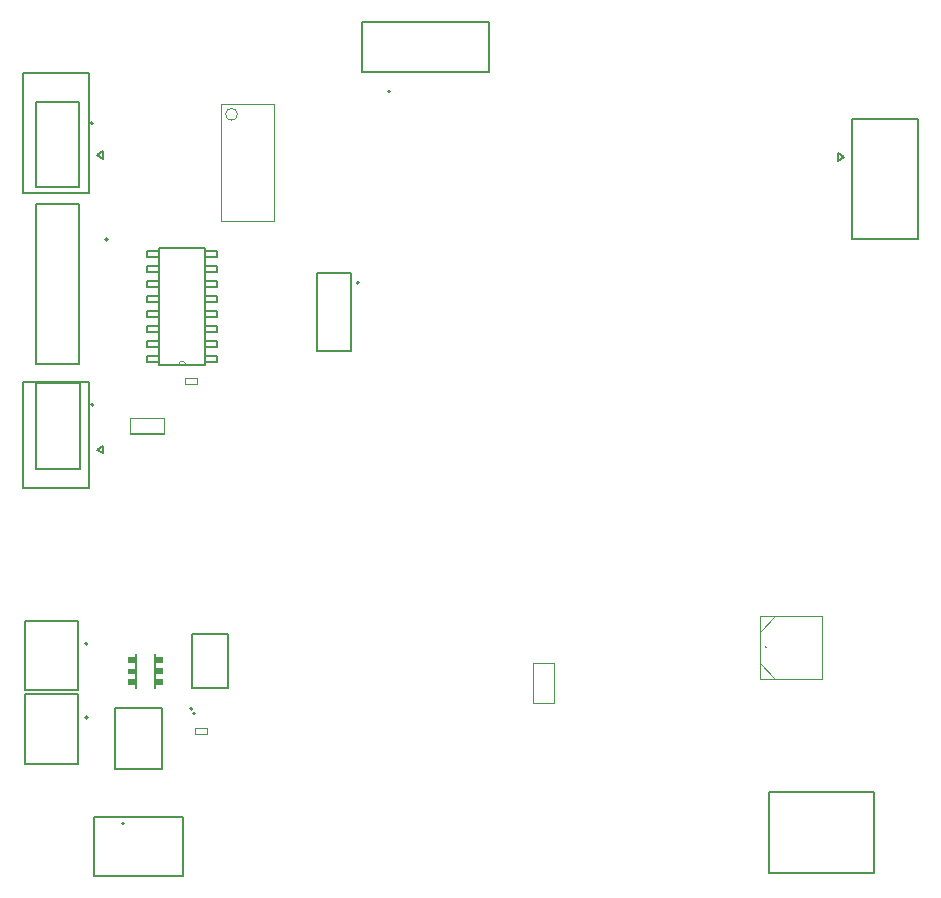
<source format=gbr>
%TF.GenerationSoftware,Altium Limited,Altium Designer,23.1.1 (15)*%
G04 Layer_Color=16711935*
%FSLAX45Y45*%
%MOMM*%
%TF.SameCoordinates,8C37DE4A-61E0-4A85-99FC-D0A1A2E6B02F*%
%TF.FilePolarity,Positive*%
%TF.FileFunction,Other,Mechanical_13*%
%TF.Part,Single*%
G01*
G75*
%TA.AperFunction,NonConductor*%
%ADD140C,0.20000*%
%ADD141C,0.12700*%
%ADD144C,0.15240*%
%ADD148C,0.10000*%
%ADD150C,0.00000*%
%ADD248C,0.02540*%
%ADD251C,0.16000*%
G36*
X897340Y1542900D02*
Y1492900D01*
X832340D01*
Y1542900D01*
X897340D01*
D02*
G37*
G36*
Y1632900D02*
Y1582900D01*
X832340D01*
Y1632900D01*
X897340D01*
D02*
G37*
G36*
Y1732900D02*
Y1682900D01*
X832340D01*
Y1732900D01*
X897340D01*
D02*
G37*
G36*
X1132340Y1542900D02*
Y1492900D01*
X1067340D01*
Y1542900D01*
X1132340D01*
D02*
G37*
G36*
Y1637900D02*
Y1587900D01*
X1067340D01*
Y1637900D01*
X1132340D01*
D02*
G37*
G36*
Y1732900D02*
Y1682900D01*
X1067340D01*
Y1732900D01*
X1132340D01*
D02*
G37*
D140*
X1377000Y1291900D02*
G03*
X1377000Y1291900I-10000J0D01*
G01*
X1398400Y1252720D02*
G03*
X1398400Y1252720I-10000J0D01*
G01*
X3050300Y6517700D02*
G03*
X3050300Y6517700I-10000J0D01*
G01*
X540220Y3866340D02*
G03*
X540220Y3866340I-10000J0D01*
G01*
X490660Y1218540D02*
G03*
X490660Y1218540I-10000J0D01*
G01*
X488120Y1843380D02*
G03*
X488120Y1843380I-10000J0D01*
G01*
X659860Y5264420D02*
G03*
X659860Y5264420I-10000J0D01*
G01*
X535140Y6248860D02*
G03*
X535140Y6248860I-10000J0D01*
G01*
X2787900Y4899600D02*
G03*
X2787900Y4899600I-10000J0D01*
G01*
D141*
X722500Y786400D02*
Y1296400D01*
X1122500Y786400D02*
Y1296400D01*
X722500Y786400D02*
X1122500D01*
X722500Y1296400D02*
X1122500D01*
X1374400Y1921720D02*
X1677400D01*
X1374400Y1471720D02*
X1677400D01*
Y1921720D01*
X1374400Y1471720D02*
Y1921720D01*
X7518840Y5269000D02*
Y6284000D01*
X6958840D02*
X7518840D01*
X6958840Y5269000D02*
Y6284000D01*
Y5269000D02*
X7518840D01*
X6845840Y5934000D02*
Y5994000D01*
Y5934000D02*
X6895840Y5964000D01*
X6845840Y5994000D02*
X6895840Y5964000D01*
X2815300Y7107700D02*
X3890300D01*
X2815300Y6682700D02*
Y7107700D01*
Y6682700D02*
X3890300D01*
Y7107700D01*
X424940Y3325580D02*
Y4050580D01*
X54940Y3325580D02*
X424940D01*
X54940D02*
Y4050580D01*
X424940D01*
X546380Y-122120D02*
Y377880D01*
X1296380D01*
Y-122120D02*
Y377880D01*
X546380Y-122120D02*
X1296380D01*
X-55740Y5661160D02*
Y6676160D01*
Y5661160D02*
X504260D01*
Y6676160D01*
X-55740D02*
X504260D01*
X617260Y5951160D02*
Y6011160D01*
X567260Y5981160D02*
X617260Y6011160D01*
X567260Y5981160D02*
X617260Y5951160D01*
X567940Y3485880D02*
X617940Y3455880D01*
X567940Y3485880D02*
X617940Y3515880D01*
Y3455880D02*
Y3515880D01*
X-55060Y4055880D02*
X504940D01*
Y3165880D02*
Y4055880D01*
X-55060Y3165880D02*
X504940D01*
X-55060D02*
Y4055880D01*
X-39340Y823540D02*
Y1413540D01*
X410660D01*
Y823540D02*
Y1413540D01*
X-39340Y823540D02*
X410660D01*
X-41880Y1448380D02*
X408120D01*
Y2038380D01*
X-41880D02*
X408120D01*
X-41880Y1448380D02*
Y2038380D01*
X419860Y4214420D02*
Y5564420D01*
X49860Y4214420D02*
X419860D01*
X49860D02*
Y5564420D01*
X419860D01*
X49860Y6433100D02*
X419860D01*
X49860Y5708100D02*
Y6433100D01*
Y5708100D02*
X419860D01*
Y6433100D01*
X2721900Y4319600D02*
Y4979600D01*
X2433900Y4319600D02*
X2721900D01*
X2433900D02*
Y4979600D01*
X2721900D01*
X6256000Y590000D02*
X7150000D01*
Y-100000D02*
Y590000D01*
X6256000Y-100000D02*
X7150000D01*
X6256000D02*
Y590000D01*
D144*
X1063340Y1470700D02*
Y1755100D01*
X901340Y1470700D02*
Y1755100D01*
X1094100Y4203700D02*
Y5194300D01*
Y4203700D02*
X1259200D01*
X1320160D01*
X1485260D01*
Y5194300D01*
X1094100D02*
X1485260D01*
Y4229100D02*
X1589400D01*
Y4279900D01*
X1485260D02*
X1589400D01*
X1485260Y4229100D02*
Y4279900D01*
Y4356100D02*
X1589400D01*
Y4406900D01*
X1485260D02*
X1589400D01*
X1485260Y4356100D02*
Y4406900D01*
Y4483100D02*
X1589400D01*
Y4533900D01*
X1485260D02*
X1589400D01*
X1485260Y4483100D02*
Y4533900D01*
Y4610100D02*
X1589400D01*
Y4660900D01*
X1485260D02*
X1589400D01*
X1485260Y4610100D02*
Y4660900D01*
Y4737100D02*
X1589400D01*
Y4787900D01*
X1485260D02*
X1589400D01*
X1485260Y4737100D02*
Y4787900D01*
Y4864100D02*
X1589400D01*
Y4914900D01*
X1485260D02*
X1589400D01*
X1485260Y4864100D02*
Y4914900D01*
Y4991100D02*
X1589400D01*
Y5041900D01*
X1485260D02*
X1589400D01*
X1485260Y4991100D02*
Y5041900D01*
Y5118100D02*
X1589400D01*
Y5168900D01*
X1485260D02*
X1589400D01*
X1485260Y5118100D02*
Y5168900D01*
X989960D02*
X1094100D01*
X989960Y5118100D02*
Y5168900D01*
Y5118100D02*
X1094100D01*
Y5168900D01*
X989960Y5041900D02*
X1094100D01*
X989960Y4991100D02*
Y5041900D01*
Y4991100D02*
X1094100D01*
Y5041900D01*
X989960Y4914900D02*
X1094100D01*
X989960Y4864100D02*
Y4914900D01*
Y4864100D02*
X1094100D01*
Y4914900D01*
X989960Y4787900D02*
X1094100D01*
X989960Y4737100D02*
Y4787900D01*
Y4737100D02*
X1094100D01*
Y4787900D01*
X989960Y4660900D02*
X1094100D01*
X989960Y4610100D02*
Y4660900D01*
Y4610100D02*
X1094100D01*
Y4660900D01*
X989960Y4533900D02*
X1094100D01*
X989960Y4483100D02*
Y4533900D01*
Y4483100D02*
X1094100D01*
Y4533900D01*
X989960Y4406900D02*
X1094100D01*
X989960Y4356100D02*
Y4406900D01*
Y4356100D02*
X1094100D01*
Y4406900D01*
X989960Y4279900D02*
X1094100D01*
X989960Y4229100D02*
Y4279900D01*
Y4229100D02*
X1094100D01*
Y4279900D01*
D148*
X1758191Y6324942D02*
G03*
X1758191Y6324942I-50000J0D01*
G01*
X848160Y3752140D02*
X1140160D01*
X848160Y3622140D02*
X1140160D01*
X848160D02*
Y3752140D01*
X1140160Y3622140D02*
Y3752140D01*
X848660Y3754680D02*
X1140660D01*
X848660Y3624680D02*
X1140660D01*
Y3754680D01*
X848660Y3624680D02*
Y3754680D01*
X1397200Y1077400D02*
X1502200D01*
X1397200Y1132400D02*
X1502200D01*
X1397200Y1077400D02*
Y1132400D01*
X1502200Y1077400D02*
Y1132400D01*
X1311480Y4039040D02*
Y4094040D01*
X1416480Y4039040D02*
Y4094040D01*
X1311480Y4039040D02*
X1416480D01*
X1311480Y4094040D02*
X1416480D01*
X1618191Y5424942D02*
X2065691Y5424942D01*
X1618191Y6414942D02*
X2065691Y6414942D01*
Y5424942D02*
Y6414942D01*
X1618191Y5424942D02*
Y6414942D01*
D150*
X1320160Y4203700D02*
G03*
X1259200Y4203700I-30480J0D01*
G01*
X6239390Y1813500D02*
G03*
X6239390Y1813500I-7620J0D01*
G01*
D248*
X4257161Y1341232D02*
X4437501D01*
X4257161D02*
Y1684132D01*
X4437501D01*
Y1341232D02*
Y1684132D01*
X6180970Y1946215D02*
X6313685Y2078930D01*
X6180970Y1680785D02*
X6313685Y1548070D01*
X6180970D02*
X6711830D01*
Y2078930D01*
X6180970D02*
X6711830D01*
X6180970Y1548070D02*
Y2078930D01*
D251*
X799380Y322880D02*
G03*
X799380Y322880I-8000J0D01*
G01*
%TF.MD5,2bc2b1e2a767cdf4b54ef9556ce15194*%
M02*

</source>
